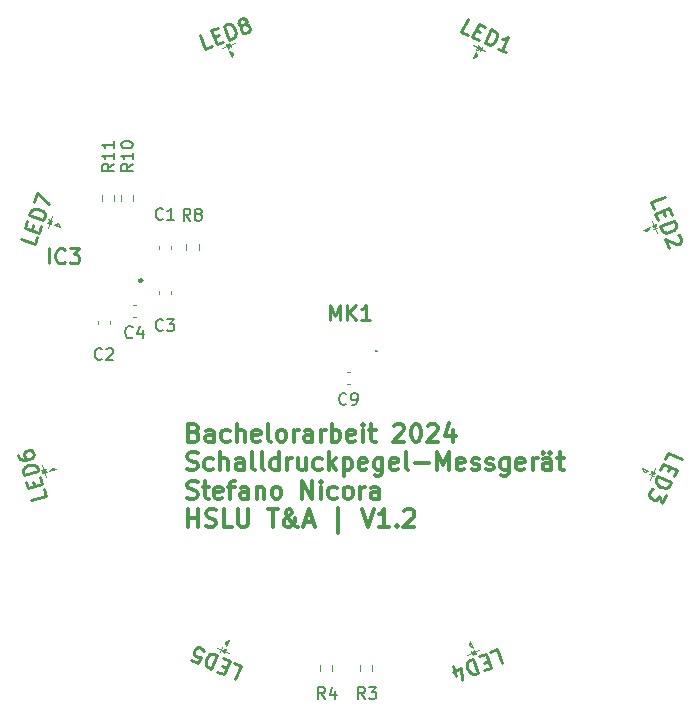
<source format=gto>
%TF.GenerationSoftware,KiCad,Pcbnew,8.0.0*%
%TF.CreationDate,2024-03-28T16:54:28+01:00*%
%TF.ProjectId,BAT2024,42415432-3032-4342-9e6b-696361645f70,1.0*%
%TF.SameCoordinates,Original*%
%TF.FileFunction,Legend,Top*%
%TF.FilePolarity,Positive*%
%FSLAX46Y46*%
G04 Gerber Fmt 4.6, Leading zero omitted, Abs format (unit mm)*
G04 Created by KiCad (PCBNEW 8.0.0) date 2024-03-28 16:54:28*
%MOMM*%
%LPD*%
G01*
G04 APERTURE LIST*
%ADD10C,0.300000*%
%ADD11C,0.150000*%
%ADD12C,0.254000*%
%ADD13C,0.120000*%
%ADD14C,0.250000*%
%ADD15C,0.200000*%
G04 APERTURE END LIST*
D10*
X101282510Y-64498366D02*
X101496796Y-64569794D01*
X101496796Y-64569794D02*
X101568225Y-64641223D01*
X101568225Y-64641223D02*
X101639653Y-64784080D01*
X101639653Y-64784080D02*
X101639653Y-64998366D01*
X101639653Y-64998366D02*
X101568225Y-65141223D01*
X101568225Y-65141223D02*
X101496796Y-65212652D01*
X101496796Y-65212652D02*
X101353939Y-65284080D01*
X101353939Y-65284080D02*
X100782510Y-65284080D01*
X100782510Y-65284080D02*
X100782510Y-63784080D01*
X100782510Y-63784080D02*
X101282510Y-63784080D01*
X101282510Y-63784080D02*
X101425368Y-63855509D01*
X101425368Y-63855509D02*
X101496796Y-63926937D01*
X101496796Y-63926937D02*
X101568225Y-64069794D01*
X101568225Y-64069794D02*
X101568225Y-64212652D01*
X101568225Y-64212652D02*
X101496796Y-64355509D01*
X101496796Y-64355509D02*
X101425368Y-64426937D01*
X101425368Y-64426937D02*
X101282510Y-64498366D01*
X101282510Y-64498366D02*
X100782510Y-64498366D01*
X102925368Y-65284080D02*
X102925368Y-64498366D01*
X102925368Y-64498366D02*
X102853939Y-64355509D01*
X102853939Y-64355509D02*
X102711082Y-64284080D01*
X102711082Y-64284080D02*
X102425368Y-64284080D01*
X102425368Y-64284080D02*
X102282510Y-64355509D01*
X102925368Y-65212652D02*
X102782510Y-65284080D01*
X102782510Y-65284080D02*
X102425368Y-65284080D01*
X102425368Y-65284080D02*
X102282510Y-65212652D01*
X102282510Y-65212652D02*
X102211082Y-65069794D01*
X102211082Y-65069794D02*
X102211082Y-64926937D01*
X102211082Y-64926937D02*
X102282510Y-64784080D01*
X102282510Y-64784080D02*
X102425368Y-64712652D01*
X102425368Y-64712652D02*
X102782510Y-64712652D01*
X102782510Y-64712652D02*
X102925368Y-64641223D01*
X104282511Y-65212652D02*
X104139653Y-65284080D01*
X104139653Y-65284080D02*
X103853939Y-65284080D01*
X103853939Y-65284080D02*
X103711082Y-65212652D01*
X103711082Y-65212652D02*
X103639653Y-65141223D01*
X103639653Y-65141223D02*
X103568225Y-64998366D01*
X103568225Y-64998366D02*
X103568225Y-64569794D01*
X103568225Y-64569794D02*
X103639653Y-64426937D01*
X103639653Y-64426937D02*
X103711082Y-64355509D01*
X103711082Y-64355509D02*
X103853939Y-64284080D01*
X103853939Y-64284080D02*
X104139653Y-64284080D01*
X104139653Y-64284080D02*
X104282511Y-64355509D01*
X104925367Y-65284080D02*
X104925367Y-63784080D01*
X105568225Y-65284080D02*
X105568225Y-64498366D01*
X105568225Y-64498366D02*
X105496796Y-64355509D01*
X105496796Y-64355509D02*
X105353939Y-64284080D01*
X105353939Y-64284080D02*
X105139653Y-64284080D01*
X105139653Y-64284080D02*
X104996796Y-64355509D01*
X104996796Y-64355509D02*
X104925367Y-64426937D01*
X106853939Y-65212652D02*
X106711082Y-65284080D01*
X106711082Y-65284080D02*
X106425368Y-65284080D01*
X106425368Y-65284080D02*
X106282510Y-65212652D01*
X106282510Y-65212652D02*
X106211082Y-65069794D01*
X106211082Y-65069794D02*
X106211082Y-64498366D01*
X106211082Y-64498366D02*
X106282510Y-64355509D01*
X106282510Y-64355509D02*
X106425368Y-64284080D01*
X106425368Y-64284080D02*
X106711082Y-64284080D01*
X106711082Y-64284080D02*
X106853939Y-64355509D01*
X106853939Y-64355509D02*
X106925368Y-64498366D01*
X106925368Y-64498366D02*
X106925368Y-64641223D01*
X106925368Y-64641223D02*
X106211082Y-64784080D01*
X107782510Y-65284080D02*
X107639653Y-65212652D01*
X107639653Y-65212652D02*
X107568224Y-65069794D01*
X107568224Y-65069794D02*
X107568224Y-63784080D01*
X108568224Y-65284080D02*
X108425367Y-65212652D01*
X108425367Y-65212652D02*
X108353938Y-65141223D01*
X108353938Y-65141223D02*
X108282510Y-64998366D01*
X108282510Y-64998366D02*
X108282510Y-64569794D01*
X108282510Y-64569794D02*
X108353938Y-64426937D01*
X108353938Y-64426937D02*
X108425367Y-64355509D01*
X108425367Y-64355509D02*
X108568224Y-64284080D01*
X108568224Y-64284080D02*
X108782510Y-64284080D01*
X108782510Y-64284080D02*
X108925367Y-64355509D01*
X108925367Y-64355509D02*
X108996796Y-64426937D01*
X108996796Y-64426937D02*
X109068224Y-64569794D01*
X109068224Y-64569794D02*
X109068224Y-64998366D01*
X109068224Y-64998366D02*
X108996796Y-65141223D01*
X108996796Y-65141223D02*
X108925367Y-65212652D01*
X108925367Y-65212652D02*
X108782510Y-65284080D01*
X108782510Y-65284080D02*
X108568224Y-65284080D01*
X109711081Y-65284080D02*
X109711081Y-64284080D01*
X109711081Y-64569794D02*
X109782510Y-64426937D01*
X109782510Y-64426937D02*
X109853939Y-64355509D01*
X109853939Y-64355509D02*
X109996796Y-64284080D01*
X109996796Y-64284080D02*
X110139653Y-64284080D01*
X111282510Y-65284080D02*
X111282510Y-64498366D01*
X111282510Y-64498366D02*
X111211081Y-64355509D01*
X111211081Y-64355509D02*
X111068224Y-64284080D01*
X111068224Y-64284080D02*
X110782510Y-64284080D01*
X110782510Y-64284080D02*
X110639652Y-64355509D01*
X111282510Y-65212652D02*
X111139652Y-65284080D01*
X111139652Y-65284080D02*
X110782510Y-65284080D01*
X110782510Y-65284080D02*
X110639652Y-65212652D01*
X110639652Y-65212652D02*
X110568224Y-65069794D01*
X110568224Y-65069794D02*
X110568224Y-64926937D01*
X110568224Y-64926937D02*
X110639652Y-64784080D01*
X110639652Y-64784080D02*
X110782510Y-64712652D01*
X110782510Y-64712652D02*
X111139652Y-64712652D01*
X111139652Y-64712652D02*
X111282510Y-64641223D01*
X111996795Y-65284080D02*
X111996795Y-64284080D01*
X111996795Y-64569794D02*
X112068224Y-64426937D01*
X112068224Y-64426937D02*
X112139653Y-64355509D01*
X112139653Y-64355509D02*
X112282510Y-64284080D01*
X112282510Y-64284080D02*
X112425367Y-64284080D01*
X112925366Y-65284080D02*
X112925366Y-63784080D01*
X112925366Y-64355509D02*
X113068224Y-64284080D01*
X113068224Y-64284080D02*
X113353938Y-64284080D01*
X113353938Y-64284080D02*
X113496795Y-64355509D01*
X113496795Y-64355509D02*
X113568224Y-64426937D01*
X113568224Y-64426937D02*
X113639652Y-64569794D01*
X113639652Y-64569794D02*
X113639652Y-64998366D01*
X113639652Y-64998366D02*
X113568224Y-65141223D01*
X113568224Y-65141223D02*
X113496795Y-65212652D01*
X113496795Y-65212652D02*
X113353938Y-65284080D01*
X113353938Y-65284080D02*
X113068224Y-65284080D01*
X113068224Y-65284080D02*
X112925366Y-65212652D01*
X114853938Y-65212652D02*
X114711081Y-65284080D01*
X114711081Y-65284080D02*
X114425367Y-65284080D01*
X114425367Y-65284080D02*
X114282509Y-65212652D01*
X114282509Y-65212652D02*
X114211081Y-65069794D01*
X114211081Y-65069794D02*
X114211081Y-64498366D01*
X114211081Y-64498366D02*
X114282509Y-64355509D01*
X114282509Y-64355509D02*
X114425367Y-64284080D01*
X114425367Y-64284080D02*
X114711081Y-64284080D01*
X114711081Y-64284080D02*
X114853938Y-64355509D01*
X114853938Y-64355509D02*
X114925367Y-64498366D01*
X114925367Y-64498366D02*
X114925367Y-64641223D01*
X114925367Y-64641223D02*
X114211081Y-64784080D01*
X115568223Y-65284080D02*
X115568223Y-64284080D01*
X115568223Y-63784080D02*
X115496795Y-63855509D01*
X115496795Y-63855509D02*
X115568223Y-63926937D01*
X115568223Y-63926937D02*
X115639652Y-63855509D01*
X115639652Y-63855509D02*
X115568223Y-63784080D01*
X115568223Y-63784080D02*
X115568223Y-63926937D01*
X116068224Y-64284080D02*
X116639652Y-64284080D01*
X116282509Y-63784080D02*
X116282509Y-65069794D01*
X116282509Y-65069794D02*
X116353938Y-65212652D01*
X116353938Y-65212652D02*
X116496795Y-65284080D01*
X116496795Y-65284080D02*
X116639652Y-65284080D01*
X118211081Y-63926937D02*
X118282509Y-63855509D01*
X118282509Y-63855509D02*
X118425367Y-63784080D01*
X118425367Y-63784080D02*
X118782509Y-63784080D01*
X118782509Y-63784080D02*
X118925367Y-63855509D01*
X118925367Y-63855509D02*
X118996795Y-63926937D01*
X118996795Y-63926937D02*
X119068224Y-64069794D01*
X119068224Y-64069794D02*
X119068224Y-64212652D01*
X119068224Y-64212652D02*
X118996795Y-64426937D01*
X118996795Y-64426937D02*
X118139652Y-65284080D01*
X118139652Y-65284080D02*
X119068224Y-65284080D01*
X119996795Y-63784080D02*
X120139652Y-63784080D01*
X120139652Y-63784080D02*
X120282509Y-63855509D01*
X120282509Y-63855509D02*
X120353938Y-63926937D01*
X120353938Y-63926937D02*
X120425366Y-64069794D01*
X120425366Y-64069794D02*
X120496795Y-64355509D01*
X120496795Y-64355509D02*
X120496795Y-64712652D01*
X120496795Y-64712652D02*
X120425366Y-64998366D01*
X120425366Y-64998366D02*
X120353938Y-65141223D01*
X120353938Y-65141223D02*
X120282509Y-65212652D01*
X120282509Y-65212652D02*
X120139652Y-65284080D01*
X120139652Y-65284080D02*
X119996795Y-65284080D01*
X119996795Y-65284080D02*
X119853938Y-65212652D01*
X119853938Y-65212652D02*
X119782509Y-65141223D01*
X119782509Y-65141223D02*
X119711080Y-64998366D01*
X119711080Y-64998366D02*
X119639652Y-64712652D01*
X119639652Y-64712652D02*
X119639652Y-64355509D01*
X119639652Y-64355509D02*
X119711080Y-64069794D01*
X119711080Y-64069794D02*
X119782509Y-63926937D01*
X119782509Y-63926937D02*
X119853938Y-63855509D01*
X119853938Y-63855509D02*
X119996795Y-63784080D01*
X121068223Y-63926937D02*
X121139651Y-63855509D01*
X121139651Y-63855509D02*
X121282509Y-63784080D01*
X121282509Y-63784080D02*
X121639651Y-63784080D01*
X121639651Y-63784080D02*
X121782509Y-63855509D01*
X121782509Y-63855509D02*
X121853937Y-63926937D01*
X121853937Y-63926937D02*
X121925366Y-64069794D01*
X121925366Y-64069794D02*
X121925366Y-64212652D01*
X121925366Y-64212652D02*
X121853937Y-64426937D01*
X121853937Y-64426937D02*
X120996794Y-65284080D01*
X120996794Y-65284080D02*
X121925366Y-65284080D01*
X123211080Y-64284080D02*
X123211080Y-65284080D01*
X122853937Y-63712652D02*
X122496794Y-64784080D01*
X122496794Y-64784080D02*
X123425365Y-64784080D01*
X100711082Y-67627568D02*
X100925368Y-67698996D01*
X100925368Y-67698996D02*
X101282510Y-67698996D01*
X101282510Y-67698996D02*
X101425368Y-67627568D01*
X101425368Y-67627568D02*
X101496796Y-67556139D01*
X101496796Y-67556139D02*
X101568225Y-67413282D01*
X101568225Y-67413282D02*
X101568225Y-67270425D01*
X101568225Y-67270425D02*
X101496796Y-67127568D01*
X101496796Y-67127568D02*
X101425368Y-67056139D01*
X101425368Y-67056139D02*
X101282510Y-66984710D01*
X101282510Y-66984710D02*
X100996796Y-66913282D01*
X100996796Y-66913282D02*
X100853939Y-66841853D01*
X100853939Y-66841853D02*
X100782510Y-66770425D01*
X100782510Y-66770425D02*
X100711082Y-66627568D01*
X100711082Y-66627568D02*
X100711082Y-66484710D01*
X100711082Y-66484710D02*
X100782510Y-66341853D01*
X100782510Y-66341853D02*
X100853939Y-66270425D01*
X100853939Y-66270425D02*
X100996796Y-66198996D01*
X100996796Y-66198996D02*
X101353939Y-66198996D01*
X101353939Y-66198996D02*
X101568225Y-66270425D01*
X102853939Y-67627568D02*
X102711081Y-67698996D01*
X102711081Y-67698996D02*
X102425367Y-67698996D01*
X102425367Y-67698996D02*
X102282510Y-67627568D01*
X102282510Y-67627568D02*
X102211081Y-67556139D01*
X102211081Y-67556139D02*
X102139653Y-67413282D01*
X102139653Y-67413282D02*
X102139653Y-66984710D01*
X102139653Y-66984710D02*
X102211081Y-66841853D01*
X102211081Y-66841853D02*
X102282510Y-66770425D01*
X102282510Y-66770425D02*
X102425367Y-66698996D01*
X102425367Y-66698996D02*
X102711081Y-66698996D01*
X102711081Y-66698996D02*
X102853939Y-66770425D01*
X103496795Y-67698996D02*
X103496795Y-66198996D01*
X104139653Y-67698996D02*
X104139653Y-66913282D01*
X104139653Y-66913282D02*
X104068224Y-66770425D01*
X104068224Y-66770425D02*
X103925367Y-66698996D01*
X103925367Y-66698996D02*
X103711081Y-66698996D01*
X103711081Y-66698996D02*
X103568224Y-66770425D01*
X103568224Y-66770425D02*
X103496795Y-66841853D01*
X105496796Y-67698996D02*
X105496796Y-66913282D01*
X105496796Y-66913282D02*
X105425367Y-66770425D01*
X105425367Y-66770425D02*
X105282510Y-66698996D01*
X105282510Y-66698996D02*
X104996796Y-66698996D01*
X104996796Y-66698996D02*
X104853938Y-66770425D01*
X105496796Y-67627568D02*
X105353938Y-67698996D01*
X105353938Y-67698996D02*
X104996796Y-67698996D01*
X104996796Y-67698996D02*
X104853938Y-67627568D01*
X104853938Y-67627568D02*
X104782510Y-67484710D01*
X104782510Y-67484710D02*
X104782510Y-67341853D01*
X104782510Y-67341853D02*
X104853938Y-67198996D01*
X104853938Y-67198996D02*
X104996796Y-67127568D01*
X104996796Y-67127568D02*
X105353938Y-67127568D01*
X105353938Y-67127568D02*
X105496796Y-67056139D01*
X106425367Y-67698996D02*
X106282510Y-67627568D01*
X106282510Y-67627568D02*
X106211081Y-67484710D01*
X106211081Y-67484710D02*
X106211081Y-66198996D01*
X107211081Y-67698996D02*
X107068224Y-67627568D01*
X107068224Y-67627568D02*
X106996795Y-67484710D01*
X106996795Y-67484710D02*
X106996795Y-66198996D01*
X108425367Y-67698996D02*
X108425367Y-66198996D01*
X108425367Y-67627568D02*
X108282509Y-67698996D01*
X108282509Y-67698996D02*
X107996795Y-67698996D01*
X107996795Y-67698996D02*
X107853938Y-67627568D01*
X107853938Y-67627568D02*
X107782509Y-67556139D01*
X107782509Y-67556139D02*
X107711081Y-67413282D01*
X107711081Y-67413282D02*
X107711081Y-66984710D01*
X107711081Y-66984710D02*
X107782509Y-66841853D01*
X107782509Y-66841853D02*
X107853938Y-66770425D01*
X107853938Y-66770425D02*
X107996795Y-66698996D01*
X107996795Y-66698996D02*
X108282509Y-66698996D01*
X108282509Y-66698996D02*
X108425367Y-66770425D01*
X109139652Y-67698996D02*
X109139652Y-66698996D01*
X109139652Y-66984710D02*
X109211081Y-66841853D01*
X109211081Y-66841853D02*
X109282510Y-66770425D01*
X109282510Y-66770425D02*
X109425367Y-66698996D01*
X109425367Y-66698996D02*
X109568224Y-66698996D01*
X110711081Y-66698996D02*
X110711081Y-67698996D01*
X110068223Y-66698996D02*
X110068223Y-67484710D01*
X110068223Y-67484710D02*
X110139652Y-67627568D01*
X110139652Y-67627568D02*
X110282509Y-67698996D01*
X110282509Y-67698996D02*
X110496795Y-67698996D01*
X110496795Y-67698996D02*
X110639652Y-67627568D01*
X110639652Y-67627568D02*
X110711081Y-67556139D01*
X112068224Y-67627568D02*
X111925366Y-67698996D01*
X111925366Y-67698996D02*
X111639652Y-67698996D01*
X111639652Y-67698996D02*
X111496795Y-67627568D01*
X111496795Y-67627568D02*
X111425366Y-67556139D01*
X111425366Y-67556139D02*
X111353938Y-67413282D01*
X111353938Y-67413282D02*
X111353938Y-66984710D01*
X111353938Y-66984710D02*
X111425366Y-66841853D01*
X111425366Y-66841853D02*
X111496795Y-66770425D01*
X111496795Y-66770425D02*
X111639652Y-66698996D01*
X111639652Y-66698996D02*
X111925366Y-66698996D01*
X111925366Y-66698996D02*
X112068224Y-66770425D01*
X112711080Y-67698996D02*
X112711080Y-66198996D01*
X112853938Y-67127568D02*
X113282509Y-67698996D01*
X113282509Y-66698996D02*
X112711080Y-67270425D01*
X113925366Y-66698996D02*
X113925366Y-68198996D01*
X113925366Y-66770425D02*
X114068224Y-66698996D01*
X114068224Y-66698996D02*
X114353938Y-66698996D01*
X114353938Y-66698996D02*
X114496795Y-66770425D01*
X114496795Y-66770425D02*
X114568224Y-66841853D01*
X114568224Y-66841853D02*
X114639652Y-66984710D01*
X114639652Y-66984710D02*
X114639652Y-67413282D01*
X114639652Y-67413282D02*
X114568224Y-67556139D01*
X114568224Y-67556139D02*
X114496795Y-67627568D01*
X114496795Y-67627568D02*
X114353938Y-67698996D01*
X114353938Y-67698996D02*
X114068224Y-67698996D01*
X114068224Y-67698996D02*
X113925366Y-67627568D01*
X115853938Y-67627568D02*
X115711081Y-67698996D01*
X115711081Y-67698996D02*
X115425367Y-67698996D01*
X115425367Y-67698996D02*
X115282509Y-67627568D01*
X115282509Y-67627568D02*
X115211081Y-67484710D01*
X115211081Y-67484710D02*
X115211081Y-66913282D01*
X115211081Y-66913282D02*
X115282509Y-66770425D01*
X115282509Y-66770425D02*
X115425367Y-66698996D01*
X115425367Y-66698996D02*
X115711081Y-66698996D01*
X115711081Y-66698996D02*
X115853938Y-66770425D01*
X115853938Y-66770425D02*
X115925367Y-66913282D01*
X115925367Y-66913282D02*
X115925367Y-67056139D01*
X115925367Y-67056139D02*
X115211081Y-67198996D01*
X117211081Y-66698996D02*
X117211081Y-67913282D01*
X117211081Y-67913282D02*
X117139652Y-68056139D01*
X117139652Y-68056139D02*
X117068223Y-68127568D01*
X117068223Y-68127568D02*
X116925366Y-68198996D01*
X116925366Y-68198996D02*
X116711081Y-68198996D01*
X116711081Y-68198996D02*
X116568223Y-68127568D01*
X117211081Y-67627568D02*
X117068223Y-67698996D01*
X117068223Y-67698996D02*
X116782509Y-67698996D01*
X116782509Y-67698996D02*
X116639652Y-67627568D01*
X116639652Y-67627568D02*
X116568223Y-67556139D01*
X116568223Y-67556139D02*
X116496795Y-67413282D01*
X116496795Y-67413282D02*
X116496795Y-66984710D01*
X116496795Y-66984710D02*
X116568223Y-66841853D01*
X116568223Y-66841853D02*
X116639652Y-66770425D01*
X116639652Y-66770425D02*
X116782509Y-66698996D01*
X116782509Y-66698996D02*
X117068223Y-66698996D01*
X117068223Y-66698996D02*
X117211081Y-66770425D01*
X118496795Y-67627568D02*
X118353938Y-67698996D01*
X118353938Y-67698996D02*
X118068224Y-67698996D01*
X118068224Y-67698996D02*
X117925366Y-67627568D01*
X117925366Y-67627568D02*
X117853938Y-67484710D01*
X117853938Y-67484710D02*
X117853938Y-66913282D01*
X117853938Y-66913282D02*
X117925366Y-66770425D01*
X117925366Y-66770425D02*
X118068224Y-66698996D01*
X118068224Y-66698996D02*
X118353938Y-66698996D01*
X118353938Y-66698996D02*
X118496795Y-66770425D01*
X118496795Y-66770425D02*
X118568224Y-66913282D01*
X118568224Y-66913282D02*
X118568224Y-67056139D01*
X118568224Y-67056139D02*
X117853938Y-67198996D01*
X119425366Y-67698996D02*
X119282509Y-67627568D01*
X119282509Y-67627568D02*
X119211080Y-67484710D01*
X119211080Y-67484710D02*
X119211080Y-66198996D01*
X119996794Y-67127568D02*
X121139652Y-67127568D01*
X121853937Y-67698996D02*
X121853937Y-66198996D01*
X121853937Y-66198996D02*
X122353937Y-67270425D01*
X122353937Y-67270425D02*
X122853937Y-66198996D01*
X122853937Y-66198996D02*
X122853937Y-67698996D01*
X124139652Y-67627568D02*
X123996795Y-67698996D01*
X123996795Y-67698996D02*
X123711081Y-67698996D01*
X123711081Y-67698996D02*
X123568223Y-67627568D01*
X123568223Y-67627568D02*
X123496795Y-67484710D01*
X123496795Y-67484710D02*
X123496795Y-66913282D01*
X123496795Y-66913282D02*
X123568223Y-66770425D01*
X123568223Y-66770425D02*
X123711081Y-66698996D01*
X123711081Y-66698996D02*
X123996795Y-66698996D01*
X123996795Y-66698996D02*
X124139652Y-66770425D01*
X124139652Y-66770425D02*
X124211081Y-66913282D01*
X124211081Y-66913282D02*
X124211081Y-67056139D01*
X124211081Y-67056139D02*
X123496795Y-67198996D01*
X124782509Y-67627568D02*
X124925366Y-67698996D01*
X124925366Y-67698996D02*
X125211080Y-67698996D01*
X125211080Y-67698996D02*
X125353937Y-67627568D01*
X125353937Y-67627568D02*
X125425366Y-67484710D01*
X125425366Y-67484710D02*
X125425366Y-67413282D01*
X125425366Y-67413282D02*
X125353937Y-67270425D01*
X125353937Y-67270425D02*
X125211080Y-67198996D01*
X125211080Y-67198996D02*
X124996795Y-67198996D01*
X124996795Y-67198996D02*
X124853937Y-67127568D01*
X124853937Y-67127568D02*
X124782509Y-66984710D01*
X124782509Y-66984710D02*
X124782509Y-66913282D01*
X124782509Y-66913282D02*
X124853937Y-66770425D01*
X124853937Y-66770425D02*
X124996795Y-66698996D01*
X124996795Y-66698996D02*
X125211080Y-66698996D01*
X125211080Y-66698996D02*
X125353937Y-66770425D01*
X125996795Y-67627568D02*
X126139652Y-67698996D01*
X126139652Y-67698996D02*
X126425366Y-67698996D01*
X126425366Y-67698996D02*
X126568223Y-67627568D01*
X126568223Y-67627568D02*
X126639652Y-67484710D01*
X126639652Y-67484710D02*
X126639652Y-67413282D01*
X126639652Y-67413282D02*
X126568223Y-67270425D01*
X126568223Y-67270425D02*
X126425366Y-67198996D01*
X126425366Y-67198996D02*
X126211081Y-67198996D01*
X126211081Y-67198996D02*
X126068223Y-67127568D01*
X126068223Y-67127568D02*
X125996795Y-66984710D01*
X125996795Y-66984710D02*
X125996795Y-66913282D01*
X125996795Y-66913282D02*
X126068223Y-66770425D01*
X126068223Y-66770425D02*
X126211081Y-66698996D01*
X126211081Y-66698996D02*
X126425366Y-66698996D01*
X126425366Y-66698996D02*
X126568223Y-66770425D01*
X127925367Y-66698996D02*
X127925367Y-67913282D01*
X127925367Y-67913282D02*
X127853938Y-68056139D01*
X127853938Y-68056139D02*
X127782509Y-68127568D01*
X127782509Y-68127568D02*
X127639652Y-68198996D01*
X127639652Y-68198996D02*
X127425367Y-68198996D01*
X127425367Y-68198996D02*
X127282509Y-68127568D01*
X127925367Y-67627568D02*
X127782509Y-67698996D01*
X127782509Y-67698996D02*
X127496795Y-67698996D01*
X127496795Y-67698996D02*
X127353938Y-67627568D01*
X127353938Y-67627568D02*
X127282509Y-67556139D01*
X127282509Y-67556139D02*
X127211081Y-67413282D01*
X127211081Y-67413282D02*
X127211081Y-66984710D01*
X127211081Y-66984710D02*
X127282509Y-66841853D01*
X127282509Y-66841853D02*
X127353938Y-66770425D01*
X127353938Y-66770425D02*
X127496795Y-66698996D01*
X127496795Y-66698996D02*
X127782509Y-66698996D01*
X127782509Y-66698996D02*
X127925367Y-66770425D01*
X129211081Y-67627568D02*
X129068224Y-67698996D01*
X129068224Y-67698996D02*
X128782510Y-67698996D01*
X128782510Y-67698996D02*
X128639652Y-67627568D01*
X128639652Y-67627568D02*
X128568224Y-67484710D01*
X128568224Y-67484710D02*
X128568224Y-66913282D01*
X128568224Y-66913282D02*
X128639652Y-66770425D01*
X128639652Y-66770425D02*
X128782510Y-66698996D01*
X128782510Y-66698996D02*
X129068224Y-66698996D01*
X129068224Y-66698996D02*
X129211081Y-66770425D01*
X129211081Y-66770425D02*
X129282510Y-66913282D01*
X129282510Y-66913282D02*
X129282510Y-67056139D01*
X129282510Y-67056139D02*
X128568224Y-67198996D01*
X129925366Y-67698996D02*
X129925366Y-66698996D01*
X129925366Y-66984710D02*
X129996795Y-66841853D01*
X129996795Y-66841853D02*
X130068224Y-66770425D01*
X130068224Y-66770425D02*
X130211081Y-66698996D01*
X130211081Y-66698996D02*
X130353938Y-66698996D01*
X131496795Y-67698996D02*
X131496795Y-66913282D01*
X131496795Y-66913282D02*
X131425366Y-66770425D01*
X131425366Y-66770425D02*
X131282509Y-66698996D01*
X131282509Y-66698996D02*
X130996795Y-66698996D01*
X130996795Y-66698996D02*
X130853937Y-66770425D01*
X131496795Y-67627568D02*
X131353937Y-67698996D01*
X131353937Y-67698996D02*
X130996795Y-67698996D01*
X130996795Y-67698996D02*
X130853937Y-67627568D01*
X130853937Y-67627568D02*
X130782509Y-67484710D01*
X130782509Y-67484710D02*
X130782509Y-67341853D01*
X130782509Y-67341853D02*
X130853937Y-67198996D01*
X130853937Y-67198996D02*
X130996795Y-67127568D01*
X130996795Y-67127568D02*
X131353937Y-67127568D01*
X131353937Y-67127568D02*
X131496795Y-67056139D01*
X130853937Y-66198996D02*
X130925366Y-66270425D01*
X130925366Y-66270425D02*
X130853937Y-66341853D01*
X130853937Y-66341853D02*
X130782509Y-66270425D01*
X130782509Y-66270425D02*
X130853937Y-66198996D01*
X130853937Y-66198996D02*
X130853937Y-66341853D01*
X131425366Y-66198996D02*
X131496795Y-66270425D01*
X131496795Y-66270425D02*
X131425366Y-66341853D01*
X131425366Y-66341853D02*
X131353937Y-66270425D01*
X131353937Y-66270425D02*
X131425366Y-66198996D01*
X131425366Y-66198996D02*
X131425366Y-66341853D01*
X131996795Y-66698996D02*
X132568223Y-66698996D01*
X132211080Y-66198996D02*
X132211080Y-67484710D01*
X132211080Y-67484710D02*
X132282509Y-67627568D01*
X132282509Y-67627568D02*
X132425366Y-67698996D01*
X132425366Y-67698996D02*
X132568223Y-67698996D01*
X100711082Y-70042484D02*
X100925368Y-70113912D01*
X100925368Y-70113912D02*
X101282510Y-70113912D01*
X101282510Y-70113912D02*
X101425368Y-70042484D01*
X101425368Y-70042484D02*
X101496796Y-69971055D01*
X101496796Y-69971055D02*
X101568225Y-69828198D01*
X101568225Y-69828198D02*
X101568225Y-69685341D01*
X101568225Y-69685341D02*
X101496796Y-69542484D01*
X101496796Y-69542484D02*
X101425368Y-69471055D01*
X101425368Y-69471055D02*
X101282510Y-69399626D01*
X101282510Y-69399626D02*
X100996796Y-69328198D01*
X100996796Y-69328198D02*
X100853939Y-69256769D01*
X100853939Y-69256769D02*
X100782510Y-69185341D01*
X100782510Y-69185341D02*
X100711082Y-69042484D01*
X100711082Y-69042484D02*
X100711082Y-68899626D01*
X100711082Y-68899626D02*
X100782510Y-68756769D01*
X100782510Y-68756769D02*
X100853939Y-68685341D01*
X100853939Y-68685341D02*
X100996796Y-68613912D01*
X100996796Y-68613912D02*
X101353939Y-68613912D01*
X101353939Y-68613912D02*
X101568225Y-68685341D01*
X101996796Y-69113912D02*
X102568224Y-69113912D01*
X102211081Y-68613912D02*
X102211081Y-69899626D01*
X102211081Y-69899626D02*
X102282510Y-70042484D01*
X102282510Y-70042484D02*
X102425367Y-70113912D01*
X102425367Y-70113912D02*
X102568224Y-70113912D01*
X103639653Y-70042484D02*
X103496796Y-70113912D01*
X103496796Y-70113912D02*
X103211082Y-70113912D01*
X103211082Y-70113912D02*
X103068224Y-70042484D01*
X103068224Y-70042484D02*
X102996796Y-69899626D01*
X102996796Y-69899626D02*
X102996796Y-69328198D01*
X102996796Y-69328198D02*
X103068224Y-69185341D01*
X103068224Y-69185341D02*
X103211082Y-69113912D01*
X103211082Y-69113912D02*
X103496796Y-69113912D01*
X103496796Y-69113912D02*
X103639653Y-69185341D01*
X103639653Y-69185341D02*
X103711082Y-69328198D01*
X103711082Y-69328198D02*
X103711082Y-69471055D01*
X103711082Y-69471055D02*
X102996796Y-69613912D01*
X104139653Y-69113912D02*
X104711081Y-69113912D01*
X104353938Y-70113912D02*
X104353938Y-68828198D01*
X104353938Y-68828198D02*
X104425367Y-68685341D01*
X104425367Y-68685341D02*
X104568224Y-68613912D01*
X104568224Y-68613912D02*
X104711081Y-68613912D01*
X105853939Y-70113912D02*
X105853939Y-69328198D01*
X105853939Y-69328198D02*
X105782510Y-69185341D01*
X105782510Y-69185341D02*
X105639653Y-69113912D01*
X105639653Y-69113912D02*
X105353939Y-69113912D01*
X105353939Y-69113912D02*
X105211081Y-69185341D01*
X105853939Y-70042484D02*
X105711081Y-70113912D01*
X105711081Y-70113912D02*
X105353939Y-70113912D01*
X105353939Y-70113912D02*
X105211081Y-70042484D01*
X105211081Y-70042484D02*
X105139653Y-69899626D01*
X105139653Y-69899626D02*
X105139653Y-69756769D01*
X105139653Y-69756769D02*
X105211081Y-69613912D01*
X105211081Y-69613912D02*
X105353939Y-69542484D01*
X105353939Y-69542484D02*
X105711081Y-69542484D01*
X105711081Y-69542484D02*
X105853939Y-69471055D01*
X106568224Y-69113912D02*
X106568224Y-70113912D01*
X106568224Y-69256769D02*
X106639653Y-69185341D01*
X106639653Y-69185341D02*
X106782510Y-69113912D01*
X106782510Y-69113912D02*
X106996796Y-69113912D01*
X106996796Y-69113912D02*
X107139653Y-69185341D01*
X107139653Y-69185341D02*
X107211082Y-69328198D01*
X107211082Y-69328198D02*
X107211082Y-70113912D01*
X108139653Y-70113912D02*
X107996796Y-70042484D01*
X107996796Y-70042484D02*
X107925367Y-69971055D01*
X107925367Y-69971055D02*
X107853939Y-69828198D01*
X107853939Y-69828198D02*
X107853939Y-69399626D01*
X107853939Y-69399626D02*
X107925367Y-69256769D01*
X107925367Y-69256769D02*
X107996796Y-69185341D01*
X107996796Y-69185341D02*
X108139653Y-69113912D01*
X108139653Y-69113912D02*
X108353939Y-69113912D01*
X108353939Y-69113912D02*
X108496796Y-69185341D01*
X108496796Y-69185341D02*
X108568225Y-69256769D01*
X108568225Y-69256769D02*
X108639653Y-69399626D01*
X108639653Y-69399626D02*
X108639653Y-69828198D01*
X108639653Y-69828198D02*
X108568225Y-69971055D01*
X108568225Y-69971055D02*
X108496796Y-70042484D01*
X108496796Y-70042484D02*
X108353939Y-70113912D01*
X108353939Y-70113912D02*
X108139653Y-70113912D01*
X110425367Y-70113912D02*
X110425367Y-68613912D01*
X110425367Y-68613912D02*
X111282510Y-70113912D01*
X111282510Y-70113912D02*
X111282510Y-68613912D01*
X111996796Y-70113912D02*
X111996796Y-69113912D01*
X111996796Y-68613912D02*
X111925368Y-68685341D01*
X111925368Y-68685341D02*
X111996796Y-68756769D01*
X111996796Y-68756769D02*
X112068225Y-68685341D01*
X112068225Y-68685341D02*
X111996796Y-68613912D01*
X111996796Y-68613912D02*
X111996796Y-68756769D01*
X113353940Y-70042484D02*
X113211082Y-70113912D01*
X113211082Y-70113912D02*
X112925368Y-70113912D01*
X112925368Y-70113912D02*
X112782511Y-70042484D01*
X112782511Y-70042484D02*
X112711082Y-69971055D01*
X112711082Y-69971055D02*
X112639654Y-69828198D01*
X112639654Y-69828198D02*
X112639654Y-69399626D01*
X112639654Y-69399626D02*
X112711082Y-69256769D01*
X112711082Y-69256769D02*
X112782511Y-69185341D01*
X112782511Y-69185341D02*
X112925368Y-69113912D01*
X112925368Y-69113912D02*
X113211082Y-69113912D01*
X113211082Y-69113912D02*
X113353940Y-69185341D01*
X114211082Y-70113912D02*
X114068225Y-70042484D01*
X114068225Y-70042484D02*
X113996796Y-69971055D01*
X113996796Y-69971055D02*
X113925368Y-69828198D01*
X113925368Y-69828198D02*
X113925368Y-69399626D01*
X113925368Y-69399626D02*
X113996796Y-69256769D01*
X113996796Y-69256769D02*
X114068225Y-69185341D01*
X114068225Y-69185341D02*
X114211082Y-69113912D01*
X114211082Y-69113912D02*
X114425368Y-69113912D01*
X114425368Y-69113912D02*
X114568225Y-69185341D01*
X114568225Y-69185341D02*
X114639654Y-69256769D01*
X114639654Y-69256769D02*
X114711082Y-69399626D01*
X114711082Y-69399626D02*
X114711082Y-69828198D01*
X114711082Y-69828198D02*
X114639654Y-69971055D01*
X114639654Y-69971055D02*
X114568225Y-70042484D01*
X114568225Y-70042484D02*
X114425368Y-70113912D01*
X114425368Y-70113912D02*
X114211082Y-70113912D01*
X115353939Y-70113912D02*
X115353939Y-69113912D01*
X115353939Y-69399626D02*
X115425368Y-69256769D01*
X115425368Y-69256769D02*
X115496797Y-69185341D01*
X115496797Y-69185341D02*
X115639654Y-69113912D01*
X115639654Y-69113912D02*
X115782511Y-69113912D01*
X116925368Y-70113912D02*
X116925368Y-69328198D01*
X116925368Y-69328198D02*
X116853939Y-69185341D01*
X116853939Y-69185341D02*
X116711082Y-69113912D01*
X116711082Y-69113912D02*
X116425368Y-69113912D01*
X116425368Y-69113912D02*
X116282510Y-69185341D01*
X116925368Y-70042484D02*
X116782510Y-70113912D01*
X116782510Y-70113912D02*
X116425368Y-70113912D01*
X116425368Y-70113912D02*
X116282510Y-70042484D01*
X116282510Y-70042484D02*
X116211082Y-69899626D01*
X116211082Y-69899626D02*
X116211082Y-69756769D01*
X116211082Y-69756769D02*
X116282510Y-69613912D01*
X116282510Y-69613912D02*
X116425368Y-69542484D01*
X116425368Y-69542484D02*
X116782510Y-69542484D01*
X116782510Y-69542484D02*
X116925368Y-69471055D01*
X100782510Y-72528828D02*
X100782510Y-71028828D01*
X100782510Y-71743114D02*
X101639653Y-71743114D01*
X101639653Y-72528828D02*
X101639653Y-71028828D01*
X102282511Y-72457400D02*
X102496797Y-72528828D01*
X102496797Y-72528828D02*
X102853939Y-72528828D01*
X102853939Y-72528828D02*
X102996797Y-72457400D01*
X102996797Y-72457400D02*
X103068225Y-72385971D01*
X103068225Y-72385971D02*
X103139654Y-72243114D01*
X103139654Y-72243114D02*
X103139654Y-72100257D01*
X103139654Y-72100257D02*
X103068225Y-71957400D01*
X103068225Y-71957400D02*
X102996797Y-71885971D01*
X102996797Y-71885971D02*
X102853939Y-71814542D01*
X102853939Y-71814542D02*
X102568225Y-71743114D01*
X102568225Y-71743114D02*
X102425368Y-71671685D01*
X102425368Y-71671685D02*
X102353939Y-71600257D01*
X102353939Y-71600257D02*
X102282511Y-71457400D01*
X102282511Y-71457400D02*
X102282511Y-71314542D01*
X102282511Y-71314542D02*
X102353939Y-71171685D01*
X102353939Y-71171685D02*
X102425368Y-71100257D01*
X102425368Y-71100257D02*
X102568225Y-71028828D01*
X102568225Y-71028828D02*
X102925368Y-71028828D01*
X102925368Y-71028828D02*
X103139654Y-71100257D01*
X104496796Y-72528828D02*
X103782510Y-72528828D01*
X103782510Y-72528828D02*
X103782510Y-71028828D01*
X104996796Y-71028828D02*
X104996796Y-72243114D01*
X104996796Y-72243114D02*
X105068225Y-72385971D01*
X105068225Y-72385971D02*
X105139654Y-72457400D01*
X105139654Y-72457400D02*
X105282511Y-72528828D01*
X105282511Y-72528828D02*
X105568225Y-72528828D01*
X105568225Y-72528828D02*
X105711082Y-72457400D01*
X105711082Y-72457400D02*
X105782511Y-72385971D01*
X105782511Y-72385971D02*
X105853939Y-72243114D01*
X105853939Y-72243114D02*
X105853939Y-71028828D01*
X107496797Y-71028828D02*
X108353940Y-71028828D01*
X107925368Y-72528828D02*
X107925368Y-71028828D01*
X110068225Y-72528828D02*
X109996797Y-72528828D01*
X109996797Y-72528828D02*
X109853939Y-72457400D01*
X109853939Y-72457400D02*
X109639654Y-72243114D01*
X109639654Y-72243114D02*
X109282511Y-71814542D01*
X109282511Y-71814542D02*
X109139654Y-71600257D01*
X109139654Y-71600257D02*
X109068225Y-71385971D01*
X109068225Y-71385971D02*
X109068225Y-71243114D01*
X109068225Y-71243114D02*
X109139654Y-71100257D01*
X109139654Y-71100257D02*
X109282511Y-71028828D01*
X109282511Y-71028828D02*
X109353939Y-71028828D01*
X109353939Y-71028828D02*
X109496797Y-71100257D01*
X109496797Y-71100257D02*
X109568225Y-71243114D01*
X109568225Y-71243114D02*
X109568225Y-71314542D01*
X109568225Y-71314542D02*
X109496797Y-71457400D01*
X109496797Y-71457400D02*
X109425368Y-71528828D01*
X109425368Y-71528828D02*
X108996797Y-71814542D01*
X108996797Y-71814542D02*
X108925368Y-71885971D01*
X108925368Y-71885971D02*
X108853939Y-72028828D01*
X108853939Y-72028828D02*
X108853939Y-72243114D01*
X108853939Y-72243114D02*
X108925368Y-72385971D01*
X108925368Y-72385971D02*
X108996797Y-72457400D01*
X108996797Y-72457400D02*
X109139654Y-72528828D01*
X109139654Y-72528828D02*
X109353939Y-72528828D01*
X109353939Y-72528828D02*
X109496797Y-72457400D01*
X109496797Y-72457400D02*
X109568225Y-72385971D01*
X109568225Y-72385971D02*
X109782511Y-72100257D01*
X109782511Y-72100257D02*
X109853939Y-71885971D01*
X109853939Y-71885971D02*
X109853939Y-71743114D01*
X110639654Y-72100257D02*
X111353940Y-72100257D01*
X110496797Y-72528828D02*
X110996797Y-71028828D01*
X110996797Y-71028828D02*
X111496797Y-72528828D01*
X113496796Y-73028828D02*
X113496796Y-70885971D01*
X115496796Y-71028828D02*
X115996796Y-72528828D01*
X115996796Y-72528828D02*
X116496796Y-71028828D01*
X117782510Y-72528828D02*
X116925367Y-72528828D01*
X117353938Y-72528828D02*
X117353938Y-71028828D01*
X117353938Y-71028828D02*
X117211081Y-71243114D01*
X117211081Y-71243114D02*
X117068224Y-71385971D01*
X117068224Y-71385971D02*
X116925367Y-71457400D01*
X118425366Y-72385971D02*
X118496795Y-72457400D01*
X118496795Y-72457400D02*
X118425366Y-72528828D01*
X118425366Y-72528828D02*
X118353938Y-72457400D01*
X118353938Y-72457400D02*
X118425366Y-72385971D01*
X118425366Y-72385971D02*
X118425366Y-72528828D01*
X119068224Y-71171685D02*
X119139652Y-71100257D01*
X119139652Y-71100257D02*
X119282510Y-71028828D01*
X119282510Y-71028828D02*
X119639652Y-71028828D01*
X119639652Y-71028828D02*
X119782510Y-71100257D01*
X119782510Y-71100257D02*
X119853938Y-71171685D01*
X119853938Y-71171685D02*
X119925367Y-71314542D01*
X119925367Y-71314542D02*
X119925367Y-71457400D01*
X119925367Y-71457400D02*
X119853938Y-71671685D01*
X119853938Y-71671685D02*
X118996795Y-72528828D01*
X118996795Y-72528828D02*
X119925367Y-72528828D01*
D11*
X100961333Y-46582818D02*
X100628000Y-46106627D01*
X100389905Y-46582818D02*
X100389905Y-45582818D01*
X100389905Y-45582818D02*
X100770857Y-45582818D01*
X100770857Y-45582818D02*
X100866095Y-45630437D01*
X100866095Y-45630437D02*
X100913714Y-45678056D01*
X100913714Y-45678056D02*
X100961333Y-45773294D01*
X100961333Y-45773294D02*
X100961333Y-45916151D01*
X100961333Y-45916151D02*
X100913714Y-46011389D01*
X100913714Y-46011389D02*
X100866095Y-46059008D01*
X100866095Y-46059008D02*
X100770857Y-46106627D01*
X100770857Y-46106627D02*
X100389905Y-46106627D01*
X101532762Y-46011389D02*
X101437524Y-45963770D01*
X101437524Y-45963770D02*
X101389905Y-45916151D01*
X101389905Y-45916151D02*
X101342286Y-45820913D01*
X101342286Y-45820913D02*
X101342286Y-45773294D01*
X101342286Y-45773294D02*
X101389905Y-45678056D01*
X101389905Y-45678056D02*
X101437524Y-45630437D01*
X101437524Y-45630437D02*
X101532762Y-45582818D01*
X101532762Y-45582818D02*
X101723238Y-45582818D01*
X101723238Y-45582818D02*
X101818476Y-45630437D01*
X101818476Y-45630437D02*
X101866095Y-45678056D01*
X101866095Y-45678056D02*
X101913714Y-45773294D01*
X101913714Y-45773294D02*
X101913714Y-45820913D01*
X101913714Y-45820913D02*
X101866095Y-45916151D01*
X101866095Y-45916151D02*
X101818476Y-45963770D01*
X101818476Y-45963770D02*
X101723238Y-46011389D01*
X101723238Y-46011389D02*
X101532762Y-46011389D01*
X101532762Y-46011389D02*
X101437524Y-46059008D01*
X101437524Y-46059008D02*
X101389905Y-46106627D01*
X101389905Y-46106627D02*
X101342286Y-46201865D01*
X101342286Y-46201865D02*
X101342286Y-46392341D01*
X101342286Y-46392341D02*
X101389905Y-46487579D01*
X101389905Y-46487579D02*
X101437524Y-46535199D01*
X101437524Y-46535199D02*
X101532762Y-46582818D01*
X101532762Y-46582818D02*
X101723238Y-46582818D01*
X101723238Y-46582818D02*
X101818476Y-46535199D01*
X101818476Y-46535199D02*
X101866095Y-46487579D01*
X101866095Y-46487579D02*
X101913714Y-46392341D01*
X101913714Y-46392341D02*
X101913714Y-46201865D01*
X101913714Y-46201865D02*
X101866095Y-46106627D01*
X101866095Y-46106627D02*
X101818476Y-46059008D01*
X101818476Y-46059008D02*
X101723238Y-46011389D01*
D12*
X88009775Y-47993152D02*
X87812884Y-48564966D01*
X87812884Y-48564966D02*
X86612075Y-48151494D01*
X87518604Y-47376302D02*
X87656427Y-46976033D01*
X88344490Y-47021069D02*
X88147599Y-47592883D01*
X88147599Y-47592883D02*
X86946790Y-47179411D01*
X86946790Y-47179411D02*
X87143681Y-46607597D01*
X88521692Y-46506436D02*
X87320883Y-46092965D01*
X87320883Y-46092965D02*
X87419329Y-45807058D01*
X87419329Y-45807058D02*
X87535578Y-45655203D01*
X87535578Y-45655203D02*
X87689319Y-45580219D01*
X87689319Y-45580219D02*
X87823371Y-45562415D01*
X87823371Y-45562415D02*
X88071785Y-45583991D01*
X88071785Y-45583991D02*
X88243329Y-45643058D01*
X88243329Y-45643058D02*
X88452366Y-45778996D01*
X88452366Y-45778996D02*
X88547039Y-45875555D01*
X88547039Y-45875555D02*
X88622024Y-46029296D01*
X88622024Y-46029296D02*
X88620138Y-46220530D01*
X88620138Y-46220530D02*
X88521692Y-46506436D01*
X87694977Y-45006519D02*
X87970624Y-44205980D01*
X87970624Y-44205980D02*
X88994231Y-45134084D01*
X126341838Y-83097032D02*
X126906431Y-82880305D01*
X126906431Y-82880305D02*
X127361559Y-84065952D01*
X126185022Y-83869795D02*
X125789806Y-84021504D01*
X125382028Y-83465469D02*
X125946622Y-83248741D01*
X125946622Y-83248741D02*
X126401749Y-84434388D01*
X126401749Y-84434388D02*
X125837155Y-84651116D01*
X124873893Y-83660523D02*
X125329021Y-84846170D01*
X125329021Y-84846170D02*
X125046724Y-84954534D01*
X125046724Y-84954534D02*
X124855673Y-84963093D01*
X124855673Y-84963093D02*
X124699409Y-84893520D01*
X124699409Y-84893520D02*
X124599604Y-84802273D01*
X124599604Y-84802273D02*
X124456453Y-84598109D01*
X124456453Y-84598109D02*
X124391435Y-84428731D01*
X124391435Y-84428731D02*
X124361204Y-84181220D01*
X124361204Y-84181220D02*
X124374318Y-84046629D01*
X124374318Y-84046629D02*
X124443891Y-83890364D01*
X124443891Y-83890364D02*
X124591596Y-83768887D01*
X124591596Y-83768887D02*
X124873893Y-83660523D01*
X123483530Y-85101137D02*
X123180112Y-84310705D01*
X123939209Y-85444448D02*
X123896415Y-84489194D01*
X123896415Y-84489194D02*
X123162443Y-84770939D01*
X140182518Y-45607021D02*
X139965791Y-45042428D01*
X139965791Y-45042428D02*
X141151438Y-44587300D01*
X140955281Y-45763837D02*
X141106990Y-46159053D01*
X140550955Y-46566831D02*
X140334227Y-46002237D01*
X140334227Y-46002237D02*
X141519874Y-45547110D01*
X141519874Y-45547110D02*
X141736602Y-46111704D01*
X140746009Y-47074966D02*
X141931656Y-46619838D01*
X141931656Y-46619838D02*
X142040020Y-46902135D01*
X142040020Y-46902135D02*
X142048579Y-47093186D01*
X142048579Y-47093186D02*
X141979006Y-47249450D01*
X141979006Y-47249450D02*
X141887759Y-47349255D01*
X141887759Y-47349255D02*
X141683595Y-47492406D01*
X141683595Y-47492406D02*
X141514217Y-47557424D01*
X141514217Y-47557424D02*
X141266706Y-47587655D01*
X141266706Y-47587655D02*
X141132115Y-47574541D01*
X141132115Y-47574541D02*
X140975850Y-47504968D01*
X140975850Y-47504968D02*
X140854373Y-47357263D01*
X140854373Y-47357263D02*
X140746009Y-47074966D01*
X142252192Y-47792372D02*
X142330324Y-47827158D01*
X142330324Y-47827158D02*
X142430129Y-47918404D01*
X142430129Y-47918404D02*
X142538493Y-48200701D01*
X142538493Y-48200701D02*
X142525379Y-48335293D01*
X142525379Y-48335293D02*
X142490592Y-48413425D01*
X142490592Y-48413425D02*
X142399346Y-48513230D01*
X142399346Y-48513230D02*
X142286427Y-48556575D01*
X142286427Y-48556575D02*
X142095377Y-48565134D01*
X142095377Y-48565134D02*
X141157791Y-48147694D01*
X141157791Y-48147694D02*
X141439537Y-48881666D01*
X124457720Y-30893180D02*
X123905243Y-30647201D01*
X123905243Y-30647201D02*
X124421798Y-29486999D01*
X125115031Y-30457640D02*
X125501765Y-30629825D01*
X125396932Y-31311344D02*
X124844454Y-31065365D01*
X124844454Y-31065365D02*
X125361010Y-29905163D01*
X125361010Y-29905163D02*
X125913488Y-30151141D01*
X125894162Y-31532725D02*
X126410718Y-30372522D01*
X126410718Y-30372522D02*
X126686956Y-30495512D01*
X126686956Y-30495512D02*
X126828102Y-30624553D01*
X126828102Y-30624553D02*
X126889401Y-30784245D01*
X126889401Y-30784245D02*
X126895453Y-30919338D01*
X126895453Y-30919338D02*
X126852310Y-31164927D01*
X126852310Y-31164927D02*
X126778516Y-31330670D01*
X126778516Y-31330670D02*
X126624877Y-31527063D01*
X126624877Y-31527063D02*
X126520433Y-31612961D01*
X126520433Y-31612961D02*
X126360742Y-31674260D01*
X126360742Y-31674260D02*
X126170401Y-31655715D01*
X126170401Y-31655715D02*
X125894162Y-31532725D01*
X127662090Y-32319857D02*
X126999117Y-32024683D01*
X127330604Y-32172270D02*
X127847159Y-31012067D01*
X127847159Y-31012067D02*
X127662870Y-31128615D01*
X127662870Y-31128615D02*
X127503179Y-31189915D01*
X127503179Y-31189915D02*
X127368085Y-31195967D01*
X88532218Y-69311819D02*
X88698913Y-69893153D01*
X88698913Y-69893153D02*
X87478110Y-70243212D01*
X87776063Y-69088249D02*
X87659377Y-68681315D01*
X88248836Y-68323550D02*
X88415531Y-68904885D01*
X88415531Y-68904885D02*
X87194729Y-69254944D01*
X87194729Y-69254944D02*
X87028034Y-68673610D01*
X88098811Y-67800349D02*
X86878008Y-68150408D01*
X86878008Y-68150408D02*
X86794661Y-67859741D01*
X86794661Y-67859741D02*
X86802786Y-67668671D01*
X86802786Y-67668671D02*
X86885714Y-67519065D01*
X86885714Y-67519065D02*
X86985311Y-67427593D01*
X86985311Y-67427593D02*
X87201175Y-67302782D01*
X87201175Y-67302782D02*
X87375576Y-67252773D01*
X87375576Y-67252773D02*
X87624779Y-67244228D01*
X87624779Y-67244228D02*
X87757715Y-67269023D01*
X87757715Y-67269023D02*
X87907321Y-67351951D01*
X87907321Y-67351951D02*
X88015463Y-67509682D01*
X88015463Y-67509682D02*
X88098811Y-67800349D01*
X86377923Y-66406405D02*
X86444601Y-66638939D01*
X86444601Y-66638939D02*
X86536074Y-66738536D01*
X86536074Y-66738536D02*
X86610877Y-66780000D01*
X86610877Y-66780000D02*
X86818616Y-66846258D01*
X86818616Y-66846258D02*
X87067819Y-66837714D01*
X87067819Y-66837714D02*
X87532887Y-66704358D01*
X87532887Y-66704358D02*
X87632484Y-66612886D01*
X87632484Y-66612886D02*
X87673948Y-66538083D01*
X87673948Y-66538083D02*
X87698743Y-66405146D01*
X87698743Y-66405146D02*
X87632065Y-66172612D01*
X87632065Y-66172612D02*
X87540592Y-66073015D01*
X87540592Y-66073015D02*
X87465789Y-66031551D01*
X87465789Y-66031551D02*
X87332853Y-66006757D01*
X87332853Y-66006757D02*
X87042186Y-66090104D01*
X87042186Y-66090104D02*
X86942588Y-66181577D01*
X86942588Y-66181577D02*
X86901124Y-66256379D01*
X86901124Y-66256379D02*
X86876330Y-66389316D01*
X86876330Y-66389316D02*
X86943008Y-66621850D01*
X86943008Y-66621850D02*
X87034480Y-66721447D01*
X87034480Y-66721447D02*
X87109283Y-66762911D01*
X87109283Y-66762911D02*
X87242220Y-66787705D01*
D11*
X94482819Y-41770857D02*
X94006628Y-42104190D01*
X94482819Y-42342285D02*
X93482819Y-42342285D01*
X93482819Y-42342285D02*
X93482819Y-41961333D01*
X93482819Y-41961333D02*
X93530438Y-41866095D01*
X93530438Y-41866095D02*
X93578057Y-41818476D01*
X93578057Y-41818476D02*
X93673295Y-41770857D01*
X93673295Y-41770857D02*
X93816152Y-41770857D01*
X93816152Y-41770857D02*
X93911390Y-41818476D01*
X93911390Y-41818476D02*
X93959009Y-41866095D01*
X93959009Y-41866095D02*
X94006628Y-41961333D01*
X94006628Y-41961333D02*
X94006628Y-42342285D01*
X94482819Y-40818476D02*
X94482819Y-41389904D01*
X94482819Y-41104190D02*
X93482819Y-41104190D01*
X93482819Y-41104190D02*
X93625676Y-41199428D01*
X93625676Y-41199428D02*
X93720914Y-41294666D01*
X93720914Y-41294666D02*
X93768533Y-41389904D01*
X94482819Y-39866095D02*
X94482819Y-40437523D01*
X94482819Y-40151809D02*
X93482819Y-40151809D01*
X93482819Y-40151809D02*
X93625676Y-40247047D01*
X93625676Y-40247047D02*
X93720914Y-40342285D01*
X93720914Y-40342285D02*
X93768533Y-40437523D01*
D12*
X104684535Y-84015329D02*
X105237012Y-84261308D01*
X105237012Y-84261308D02*
X104720457Y-85421510D01*
X104027224Y-84450869D02*
X103640490Y-84278684D01*
X103745323Y-83597165D02*
X104297801Y-83843144D01*
X104297801Y-83843144D02*
X103781245Y-85003346D01*
X103781245Y-85003346D02*
X103228767Y-84757368D01*
X103248093Y-83375784D02*
X102731537Y-84535987D01*
X102731537Y-84535987D02*
X102455299Y-84412997D01*
X102455299Y-84412997D02*
X102314153Y-84283956D01*
X102314153Y-84283956D02*
X102252854Y-84124264D01*
X102252854Y-84124264D02*
X102246802Y-83989171D01*
X102246802Y-83989171D02*
X102289945Y-83743582D01*
X102289945Y-83743582D02*
X102363739Y-83577839D01*
X102363739Y-83577839D02*
X102517378Y-83381446D01*
X102517378Y-83381446D02*
X102621822Y-83295548D01*
X102621822Y-83295548D02*
X102781513Y-83234249D01*
X102781513Y-83234249D02*
X102971854Y-83252794D01*
X102971854Y-83252794D02*
X103248093Y-83375784D01*
X101018857Y-83773452D02*
X101571335Y-84019431D01*
X101571335Y-84019431D02*
X101872561Y-83491551D01*
X101872561Y-83491551D02*
X101792716Y-83522201D01*
X101792716Y-83522201D02*
X101657622Y-83528253D01*
X101657622Y-83528253D02*
X101381383Y-83405264D01*
X101381383Y-83405264D02*
X101295486Y-83300820D01*
X101295486Y-83300820D02*
X101264836Y-83220975D01*
X101264836Y-83220975D02*
X101258784Y-83085881D01*
X101258784Y-83085881D02*
X101381773Y-82809643D01*
X101381773Y-82809643D02*
X101486217Y-82723745D01*
X101486217Y-82723745D02*
X101566063Y-82693095D01*
X101566063Y-82693095D02*
X101701156Y-82687043D01*
X101701156Y-82687043D02*
X101977395Y-82810033D01*
X101977395Y-82810033D02*
X102063292Y-82914476D01*
X102063292Y-82914476D02*
X102093942Y-82994322D01*
X88988237Y-50202318D02*
X88988237Y-48932318D01*
X90318714Y-50081365D02*
X90258238Y-50141842D01*
X90258238Y-50141842D02*
X90076809Y-50202318D01*
X90076809Y-50202318D02*
X89955857Y-50202318D01*
X89955857Y-50202318D02*
X89774428Y-50141842D01*
X89774428Y-50141842D02*
X89653476Y-50020889D01*
X89653476Y-50020889D02*
X89592999Y-49899937D01*
X89592999Y-49899937D02*
X89532523Y-49658032D01*
X89532523Y-49658032D02*
X89532523Y-49476603D01*
X89532523Y-49476603D02*
X89592999Y-49234699D01*
X89592999Y-49234699D02*
X89653476Y-49113746D01*
X89653476Y-49113746D02*
X89774428Y-48992794D01*
X89774428Y-48992794D02*
X89955857Y-48932318D01*
X89955857Y-48932318D02*
X90076809Y-48932318D01*
X90076809Y-48932318D02*
X90258238Y-48992794D01*
X90258238Y-48992794D02*
X90318714Y-49053270D01*
X90742047Y-48932318D02*
X91528238Y-48932318D01*
X91528238Y-48932318D02*
X91104904Y-49416127D01*
X91104904Y-49416127D02*
X91286333Y-49416127D01*
X91286333Y-49416127D02*
X91407285Y-49476603D01*
X91407285Y-49476603D02*
X91467761Y-49537080D01*
X91467761Y-49537080D02*
X91528238Y-49658032D01*
X91528238Y-49658032D02*
X91528238Y-49960413D01*
X91528238Y-49960413D02*
X91467761Y-50081365D01*
X91467761Y-50081365D02*
X91407285Y-50141842D01*
X91407285Y-50141842D02*
X91286333Y-50202318D01*
X91286333Y-50202318D02*
X90923476Y-50202318D01*
X90923476Y-50202318D02*
X90802523Y-50141842D01*
X90802523Y-50141842D02*
X90742047Y-50081365D01*
D11*
X98628834Y-55812579D02*
X98581215Y-55860199D01*
X98581215Y-55860199D02*
X98438358Y-55907818D01*
X98438358Y-55907818D02*
X98343120Y-55907818D01*
X98343120Y-55907818D02*
X98200263Y-55860199D01*
X98200263Y-55860199D02*
X98105025Y-55764960D01*
X98105025Y-55764960D02*
X98057406Y-55669722D01*
X98057406Y-55669722D02*
X98009787Y-55479246D01*
X98009787Y-55479246D02*
X98009787Y-55336389D01*
X98009787Y-55336389D02*
X98057406Y-55145913D01*
X98057406Y-55145913D02*
X98105025Y-55050675D01*
X98105025Y-55050675D02*
X98200263Y-54955437D01*
X98200263Y-54955437D02*
X98343120Y-54907818D01*
X98343120Y-54907818D02*
X98438358Y-54907818D01*
X98438358Y-54907818D02*
X98581215Y-54955437D01*
X98581215Y-54955437D02*
X98628834Y-55003056D01*
X98962168Y-54907818D02*
X99581215Y-54907818D01*
X99581215Y-54907818D02*
X99247882Y-55288770D01*
X99247882Y-55288770D02*
X99390739Y-55288770D01*
X99390739Y-55288770D02*
X99485977Y-55336389D01*
X99485977Y-55336389D02*
X99533596Y-55384008D01*
X99533596Y-55384008D02*
X99581215Y-55479246D01*
X99581215Y-55479246D02*
X99581215Y-55717341D01*
X99581215Y-55717341D02*
X99533596Y-55812579D01*
X99533596Y-55812579D02*
X99485977Y-55860199D01*
X99485977Y-55860199D02*
X99390739Y-55907818D01*
X99390739Y-55907818D02*
X99105025Y-55907818D01*
X99105025Y-55907818D02*
X99009787Y-55860199D01*
X99009787Y-55860199D02*
X98962168Y-55812579D01*
X112361333Y-87082819D02*
X112028000Y-86606628D01*
X111789905Y-87082819D02*
X111789905Y-86082819D01*
X111789905Y-86082819D02*
X112170857Y-86082819D01*
X112170857Y-86082819D02*
X112266095Y-86130438D01*
X112266095Y-86130438D02*
X112313714Y-86178057D01*
X112313714Y-86178057D02*
X112361333Y-86273295D01*
X112361333Y-86273295D02*
X112361333Y-86416152D01*
X112361333Y-86416152D02*
X112313714Y-86511390D01*
X112313714Y-86511390D02*
X112266095Y-86559009D01*
X112266095Y-86559009D02*
X112170857Y-86606628D01*
X112170857Y-86606628D02*
X111789905Y-86606628D01*
X113218476Y-86416152D02*
X113218476Y-87082819D01*
X112980381Y-86035200D02*
X112742286Y-86749485D01*
X112742286Y-86749485D02*
X113361333Y-86749485D01*
X96082819Y-41770857D02*
X95606628Y-42104190D01*
X96082819Y-42342285D02*
X95082819Y-42342285D01*
X95082819Y-42342285D02*
X95082819Y-41961333D01*
X95082819Y-41961333D02*
X95130438Y-41866095D01*
X95130438Y-41866095D02*
X95178057Y-41818476D01*
X95178057Y-41818476D02*
X95273295Y-41770857D01*
X95273295Y-41770857D02*
X95416152Y-41770857D01*
X95416152Y-41770857D02*
X95511390Y-41818476D01*
X95511390Y-41818476D02*
X95559009Y-41866095D01*
X95559009Y-41866095D02*
X95606628Y-41961333D01*
X95606628Y-41961333D02*
X95606628Y-42342285D01*
X96082819Y-40818476D02*
X96082819Y-41389904D01*
X96082819Y-41104190D02*
X95082819Y-41104190D01*
X95082819Y-41104190D02*
X95225676Y-41199428D01*
X95225676Y-41199428D02*
X95320914Y-41294666D01*
X95320914Y-41294666D02*
X95368533Y-41389904D01*
X95082819Y-40199428D02*
X95082819Y-40104190D01*
X95082819Y-40104190D02*
X95130438Y-40008952D01*
X95130438Y-40008952D02*
X95178057Y-39961333D01*
X95178057Y-39961333D02*
X95273295Y-39913714D01*
X95273295Y-39913714D02*
X95463771Y-39866095D01*
X95463771Y-39866095D02*
X95701866Y-39866095D01*
X95701866Y-39866095D02*
X95892342Y-39913714D01*
X95892342Y-39913714D02*
X95987580Y-39961333D01*
X95987580Y-39961333D02*
X96035200Y-40008952D01*
X96035200Y-40008952D02*
X96082819Y-40104190D01*
X96082819Y-40104190D02*
X96082819Y-40199428D01*
X96082819Y-40199428D02*
X96035200Y-40294666D01*
X96035200Y-40294666D02*
X95987580Y-40342285D01*
X95987580Y-40342285D02*
X95892342Y-40389904D01*
X95892342Y-40389904D02*
X95701866Y-40437523D01*
X95701866Y-40437523D02*
X95463771Y-40437523D01*
X95463771Y-40437523D02*
X95273295Y-40389904D01*
X95273295Y-40389904D02*
X95178057Y-40342285D01*
X95178057Y-40342285D02*
X95130438Y-40294666D01*
X95130438Y-40294666D02*
X95082819Y-40199428D01*
D12*
X141145219Y-66774017D02*
X141391198Y-66221540D01*
X141391198Y-66221540D02*
X142551400Y-66738095D01*
X141580759Y-67431328D02*
X141408574Y-67818062D01*
X140727055Y-67713229D02*
X140973034Y-67160751D01*
X140973034Y-67160751D02*
X142133236Y-67677307D01*
X142133236Y-67677307D02*
X141887258Y-68229785D01*
X140505674Y-68210459D02*
X141665877Y-68727015D01*
X141665877Y-68727015D02*
X141542887Y-69003253D01*
X141542887Y-69003253D02*
X141413846Y-69144399D01*
X141413846Y-69144399D02*
X141254154Y-69205698D01*
X141254154Y-69205698D02*
X141119061Y-69211750D01*
X141119061Y-69211750D02*
X140873472Y-69168607D01*
X140873472Y-69168607D02*
X140707729Y-69094813D01*
X140707729Y-69094813D02*
X140511336Y-68941174D01*
X140511336Y-68941174D02*
X140425438Y-68836730D01*
X140425438Y-68836730D02*
X140364139Y-68677039D01*
X140364139Y-68677039D02*
X140382684Y-68486698D01*
X140382684Y-68486698D02*
X140505674Y-68210459D01*
X141198517Y-69776722D02*
X140878744Y-70494943D01*
X140878744Y-70494943D02*
X140608947Y-69911425D01*
X140608947Y-69911425D02*
X140535154Y-70077169D01*
X140535154Y-70077169D02*
X140430710Y-70163066D01*
X140430710Y-70163066D02*
X140350865Y-70193716D01*
X140350865Y-70193716D02*
X140215771Y-70199768D01*
X140215771Y-70199768D02*
X139939533Y-70076779D01*
X139939533Y-70076779D02*
X139853635Y-69972335D01*
X139853635Y-69972335D02*
X139822985Y-69892489D01*
X139822985Y-69892489D02*
X139816933Y-69757396D01*
X139816933Y-69757396D02*
X139964520Y-69425910D01*
X139964520Y-69425910D02*
X140068964Y-69340012D01*
X140068964Y-69340012D02*
X140148810Y-69309362D01*
D11*
X93461333Y-58287580D02*
X93413714Y-58335200D01*
X93413714Y-58335200D02*
X93270857Y-58382819D01*
X93270857Y-58382819D02*
X93175619Y-58382819D01*
X93175619Y-58382819D02*
X93032762Y-58335200D01*
X93032762Y-58335200D02*
X92937524Y-58239961D01*
X92937524Y-58239961D02*
X92889905Y-58144723D01*
X92889905Y-58144723D02*
X92842286Y-57954247D01*
X92842286Y-57954247D02*
X92842286Y-57811390D01*
X92842286Y-57811390D02*
X92889905Y-57620914D01*
X92889905Y-57620914D02*
X92937524Y-57525676D01*
X92937524Y-57525676D02*
X93032762Y-57430438D01*
X93032762Y-57430438D02*
X93175619Y-57382819D01*
X93175619Y-57382819D02*
X93270857Y-57382819D01*
X93270857Y-57382819D02*
X93413714Y-57430438D01*
X93413714Y-57430438D02*
X93461333Y-57478057D01*
X93842286Y-57478057D02*
X93889905Y-57430438D01*
X93889905Y-57430438D02*
X93985143Y-57382819D01*
X93985143Y-57382819D02*
X94223238Y-57382819D01*
X94223238Y-57382819D02*
X94318476Y-57430438D01*
X94318476Y-57430438D02*
X94366095Y-57478057D01*
X94366095Y-57478057D02*
X94413714Y-57573295D01*
X94413714Y-57573295D02*
X94413714Y-57668533D01*
X94413714Y-57668533D02*
X94366095Y-57811390D01*
X94366095Y-57811390D02*
X93794667Y-58382819D01*
X93794667Y-58382819D02*
X94413714Y-58382819D01*
D12*
X102800414Y-31811475D02*
X102235821Y-32028202D01*
X102235821Y-32028202D02*
X101780693Y-30842555D01*
X102957230Y-31038712D02*
X103352446Y-30887003D01*
X103760224Y-31443038D02*
X103195630Y-31659766D01*
X103195630Y-31659766D02*
X102740503Y-30474119D01*
X102740503Y-30474119D02*
X103305097Y-30257391D01*
X104268359Y-31247984D02*
X103813231Y-30062337D01*
X103813231Y-30062337D02*
X104095528Y-29953973D01*
X104095528Y-29953973D02*
X104286579Y-29945414D01*
X104286579Y-29945414D02*
X104442843Y-30014987D01*
X104442843Y-30014987D02*
X104542648Y-30106234D01*
X104542648Y-30106234D02*
X104685799Y-30310398D01*
X104685799Y-30310398D02*
X104750817Y-30479776D01*
X104750817Y-30479776D02*
X104781048Y-30727287D01*
X104781048Y-30727287D02*
X104767934Y-30861878D01*
X104767934Y-30861878D02*
X104698361Y-31018143D01*
X104698361Y-31018143D02*
X104550656Y-31139620D01*
X104550656Y-31139620D02*
X104268359Y-31247984D01*
X105363311Y-30050326D02*
X105228720Y-30037212D01*
X105228720Y-30037212D02*
X105150588Y-30002425D01*
X105150588Y-30002425D02*
X105050783Y-29911179D01*
X105050783Y-29911179D02*
X105029110Y-29854720D01*
X105029110Y-29854720D02*
X105042224Y-29720128D01*
X105042224Y-29720128D02*
X105077011Y-29641996D01*
X105077011Y-29641996D02*
X105168257Y-29542191D01*
X105168257Y-29542191D02*
X105394094Y-29455500D01*
X105394094Y-29455500D02*
X105528686Y-29468614D01*
X105528686Y-29468614D02*
X105606818Y-29503401D01*
X105606818Y-29503401D02*
X105706623Y-29594647D01*
X105706623Y-29594647D02*
X105728295Y-29651106D01*
X105728295Y-29651106D02*
X105715181Y-29785698D01*
X105715181Y-29785698D02*
X105680395Y-29863830D01*
X105680395Y-29863830D02*
X105589149Y-29963635D01*
X105589149Y-29963635D02*
X105363311Y-30050326D01*
X105363311Y-30050326D02*
X105272065Y-30150130D01*
X105272065Y-30150130D02*
X105237279Y-30228263D01*
X105237279Y-30228263D02*
X105224165Y-30362854D01*
X105224165Y-30362854D02*
X105310855Y-30588692D01*
X105310855Y-30588692D02*
X105410660Y-30679938D01*
X105410660Y-30679938D02*
X105488792Y-30714724D01*
X105488792Y-30714724D02*
X105623384Y-30727838D01*
X105623384Y-30727838D02*
X105849222Y-30641147D01*
X105849222Y-30641147D02*
X105940468Y-30541342D01*
X105940468Y-30541342D02*
X105975254Y-30463210D01*
X105975254Y-30463210D02*
X105988368Y-30328619D01*
X105988368Y-30328619D02*
X105901677Y-30102781D01*
X105901677Y-30102781D02*
X105801872Y-30011535D01*
X105801872Y-30011535D02*
X105723740Y-29976749D01*
X105723740Y-29976749D02*
X105589149Y-29963635D01*
D11*
X115727333Y-87082819D02*
X115394000Y-86606628D01*
X115155905Y-87082819D02*
X115155905Y-86082819D01*
X115155905Y-86082819D02*
X115536857Y-86082819D01*
X115536857Y-86082819D02*
X115632095Y-86130438D01*
X115632095Y-86130438D02*
X115679714Y-86178057D01*
X115679714Y-86178057D02*
X115727333Y-86273295D01*
X115727333Y-86273295D02*
X115727333Y-86416152D01*
X115727333Y-86416152D02*
X115679714Y-86511390D01*
X115679714Y-86511390D02*
X115632095Y-86559009D01*
X115632095Y-86559009D02*
X115536857Y-86606628D01*
X115536857Y-86606628D02*
X115155905Y-86606628D01*
X116060667Y-86082819D02*
X116679714Y-86082819D01*
X116679714Y-86082819D02*
X116346381Y-86463771D01*
X116346381Y-86463771D02*
X116489238Y-86463771D01*
X116489238Y-86463771D02*
X116584476Y-86511390D01*
X116584476Y-86511390D02*
X116632095Y-86559009D01*
X116632095Y-86559009D02*
X116679714Y-86654247D01*
X116679714Y-86654247D02*
X116679714Y-86892342D01*
X116679714Y-86892342D02*
X116632095Y-86987580D01*
X116632095Y-86987580D02*
X116584476Y-87035200D01*
X116584476Y-87035200D02*
X116489238Y-87082819D01*
X116489238Y-87082819D02*
X116203524Y-87082819D01*
X116203524Y-87082819D02*
X116108286Y-87035200D01*
X116108286Y-87035200D02*
X116060667Y-86987580D01*
D12*
X112764904Y-55002318D02*
X112764904Y-53732318D01*
X112764904Y-53732318D02*
X113188238Y-54639461D01*
X113188238Y-54639461D02*
X113611571Y-53732318D01*
X113611571Y-53732318D02*
X113611571Y-55002318D01*
X114216333Y-55002318D02*
X114216333Y-53732318D01*
X114942048Y-55002318D02*
X114397762Y-54276603D01*
X114942048Y-53732318D02*
X114216333Y-54458032D01*
X116151572Y-55002318D02*
X115425857Y-55002318D01*
X115788714Y-55002318D02*
X115788714Y-53732318D01*
X115788714Y-53732318D02*
X115667762Y-53913746D01*
X115667762Y-53913746D02*
X115546810Y-54034699D01*
X115546810Y-54034699D02*
X115425857Y-54095175D01*
D11*
X96061333Y-56428580D02*
X96013714Y-56476200D01*
X96013714Y-56476200D02*
X95870857Y-56523819D01*
X95870857Y-56523819D02*
X95775619Y-56523819D01*
X95775619Y-56523819D02*
X95632762Y-56476200D01*
X95632762Y-56476200D02*
X95537524Y-56380961D01*
X95537524Y-56380961D02*
X95489905Y-56285723D01*
X95489905Y-56285723D02*
X95442286Y-56095247D01*
X95442286Y-56095247D02*
X95442286Y-55952390D01*
X95442286Y-55952390D02*
X95489905Y-55761914D01*
X95489905Y-55761914D02*
X95537524Y-55666676D01*
X95537524Y-55666676D02*
X95632762Y-55571438D01*
X95632762Y-55571438D02*
X95775619Y-55523819D01*
X95775619Y-55523819D02*
X95870857Y-55523819D01*
X95870857Y-55523819D02*
X96013714Y-55571438D01*
X96013714Y-55571438D02*
X96061333Y-55619057D01*
X96918476Y-55857152D02*
X96918476Y-56523819D01*
X96680381Y-55476200D02*
X96442286Y-56190485D01*
X96442286Y-56190485D02*
X97061333Y-56190485D01*
X114166334Y-62087580D02*
X114118715Y-62135200D01*
X114118715Y-62135200D02*
X113975858Y-62182819D01*
X113975858Y-62182819D02*
X113880620Y-62182819D01*
X113880620Y-62182819D02*
X113737763Y-62135200D01*
X113737763Y-62135200D02*
X113642525Y-62039961D01*
X113642525Y-62039961D02*
X113594906Y-61944723D01*
X113594906Y-61944723D02*
X113547287Y-61754247D01*
X113547287Y-61754247D02*
X113547287Y-61611390D01*
X113547287Y-61611390D02*
X113594906Y-61420914D01*
X113594906Y-61420914D02*
X113642525Y-61325676D01*
X113642525Y-61325676D02*
X113737763Y-61230438D01*
X113737763Y-61230438D02*
X113880620Y-61182819D01*
X113880620Y-61182819D02*
X113975858Y-61182819D01*
X113975858Y-61182819D02*
X114118715Y-61230438D01*
X114118715Y-61230438D02*
X114166334Y-61278057D01*
X114642525Y-62182819D02*
X114833001Y-62182819D01*
X114833001Y-62182819D02*
X114928239Y-62135200D01*
X114928239Y-62135200D02*
X114975858Y-62087580D01*
X114975858Y-62087580D02*
X115071096Y-61944723D01*
X115071096Y-61944723D02*
X115118715Y-61754247D01*
X115118715Y-61754247D02*
X115118715Y-61373295D01*
X115118715Y-61373295D02*
X115071096Y-61278057D01*
X115071096Y-61278057D02*
X115023477Y-61230438D01*
X115023477Y-61230438D02*
X114928239Y-61182819D01*
X114928239Y-61182819D02*
X114737763Y-61182819D01*
X114737763Y-61182819D02*
X114642525Y-61230438D01*
X114642525Y-61230438D02*
X114594906Y-61278057D01*
X114594906Y-61278057D02*
X114547287Y-61373295D01*
X114547287Y-61373295D02*
X114547287Y-61611390D01*
X114547287Y-61611390D02*
X114594906Y-61706628D01*
X114594906Y-61706628D02*
X114642525Y-61754247D01*
X114642525Y-61754247D02*
X114737763Y-61801866D01*
X114737763Y-61801866D02*
X114928239Y-61801866D01*
X114928239Y-61801866D02*
X115023477Y-61754247D01*
X115023477Y-61754247D02*
X115071096Y-61706628D01*
X115071096Y-61706628D02*
X115118715Y-61611390D01*
X98628833Y-46412580D02*
X98581214Y-46460200D01*
X98581214Y-46460200D02*
X98438357Y-46507819D01*
X98438357Y-46507819D02*
X98343119Y-46507819D01*
X98343119Y-46507819D02*
X98200262Y-46460200D01*
X98200262Y-46460200D02*
X98105024Y-46364961D01*
X98105024Y-46364961D02*
X98057405Y-46269723D01*
X98057405Y-46269723D02*
X98009786Y-46079247D01*
X98009786Y-46079247D02*
X98009786Y-45936390D01*
X98009786Y-45936390D02*
X98057405Y-45745914D01*
X98057405Y-45745914D02*
X98105024Y-45650676D01*
X98105024Y-45650676D02*
X98200262Y-45555438D01*
X98200262Y-45555438D02*
X98343119Y-45507819D01*
X98343119Y-45507819D02*
X98438357Y-45507819D01*
X98438357Y-45507819D02*
X98581214Y-45555438D01*
X98581214Y-45555438D02*
X98628833Y-45603057D01*
X99581214Y-46507819D02*
X99009786Y-46507819D01*
X99295500Y-46507819D02*
X99295500Y-45507819D01*
X99295500Y-45507819D02*
X99200262Y-45650676D01*
X99200262Y-45650676D02*
X99105024Y-45745914D01*
X99105024Y-45745914D02*
X99009786Y-45793533D01*
D13*
%TO.C,R8*%
X101650500Y-48573276D02*
X101650500Y-49082724D01*
X100605500Y-48573276D02*
X100605500Y-49082724D01*
%TO.C,LED7*%
X88861860Y-47204685D02*
X89219985Y-46164617D01*
X88802981Y-46761365D02*
X89089757Y-46542825D01*
X88897535Y-46793922D02*
X89040923Y-46684651D01*
X88992087Y-46826479D02*
X89135475Y-46717208D01*
X89181191Y-46891593D02*
X88802981Y-46761365D01*
X88900654Y-46477710D02*
X89278862Y-46607937D01*
X89386572Y-46909430D02*
X89735342Y-46817998D01*
X89481125Y-46941987D02*
X89702785Y-46912549D01*
X89089757Y-46542825D02*
X89181191Y-46891593D01*
X89702785Y-46912549D02*
X89764780Y-47039658D01*
X89953884Y-47104771D02*
X89386572Y-46909430D01*
X89735342Y-46817998D02*
X89953884Y-47104771D01*
%TO.C,LED4*%
X124853286Y-83390231D02*
X124709940Y-83016798D01*
X124781614Y-83203515D02*
X124990014Y-82909288D01*
X125133363Y-83282721D02*
X124781614Y-83203515D01*
X125097525Y-83189362D02*
X124921652Y-83149760D01*
X125061687Y-83096004D02*
X124885815Y-83056402D01*
X124577434Y-82532090D02*
X124656640Y-82180343D01*
X124990014Y-82909288D02*
X125133363Y-83282721D01*
X124871661Y-82740491D02*
X124577434Y-82532090D01*
X124670793Y-82496253D02*
X124728315Y-82367057D01*
X124835824Y-82647132D02*
X124670793Y-82496253D01*
X125435118Y-82952656D02*
X124408182Y-83346861D01*
X124656640Y-82180343D02*
X124871661Y-82740491D01*
%TO.C,LED2*%
X139274470Y-47362065D02*
X139834618Y-47147044D01*
X139626217Y-47441271D02*
X139274470Y-47362065D01*
X139590380Y-47347912D02*
X139461184Y-47290390D01*
X139741259Y-47182881D02*
X139590380Y-47347912D01*
X139834618Y-47147044D02*
X139626217Y-47441271D01*
X140003415Y-47028691D02*
X140376848Y-46885342D01*
X140297642Y-47237091D02*
X140003415Y-47028691D01*
X140190131Y-46957018D02*
X140150529Y-47132890D01*
X140484358Y-47165419D02*
X140110925Y-47308765D01*
X140283489Y-46921180D02*
X140243887Y-47097053D01*
X140046783Y-46583587D02*
X140440988Y-47610523D01*
X140376848Y-46885342D02*
X140297642Y-47237091D01*
%TO.C,LED1*%
X124892783Y-32842048D02*
X125136826Y-32293920D01*
X125106159Y-32608657D02*
X124974130Y-32659338D01*
X125197513Y-32649331D02*
X124892783Y-32842048D01*
X125096152Y-32385274D02*
X125106159Y-32608657D01*
X125136826Y-32293920D02*
X125197513Y-32649331D01*
X125172496Y-32090875D02*
X125335190Y-31725456D01*
X124888426Y-31745471D02*
X125893324Y-32192881D01*
X125253842Y-31908165D02*
X125350201Y-32060530D01*
X125294516Y-31816810D02*
X125390876Y-31969176D01*
X125527906Y-32030185D02*
X125172496Y-32090875D01*
X125335190Y-31725456D02*
X125527906Y-32030185D01*
X125609253Y-31847479D02*
X125446560Y-32212896D01*
%TO.C,LED6*%
X89543943Y-67590099D02*
X88967185Y-67755483D01*
X89200436Y-67480539D02*
X89543943Y-67590099D01*
X89228000Y-67576665D02*
X89351691Y-67645228D01*
X89063313Y-67727919D02*
X89228000Y-67576665D01*
X88967185Y-67755483D02*
X89200436Y-67480539D01*
X88788714Y-67858672D02*
X88404210Y-67968928D01*
X88513771Y-67625422D02*
X88788714Y-67858672D01*
X88596463Y-67913801D02*
X88651243Y-67742047D01*
X88321518Y-67680550D02*
X88706024Y-67570294D01*
X88500336Y-67941364D02*
X88555117Y-67769612D01*
X88404210Y-67968928D02*
X88513771Y-67625422D01*
X88706717Y-68298305D02*
X88403516Y-67240918D01*
%TO.C,R11*%
X93455500Y-44398276D02*
X93455500Y-44907724D01*
X94500500Y-44398276D02*
X94500500Y-44907724D01*
%TO.C,LED5*%
X103503583Y-83077097D02*
X103666276Y-82711680D01*
X103777646Y-83199120D02*
X103584930Y-82894391D01*
X103584930Y-82894391D02*
X103940340Y-82833701D01*
X103818320Y-83107766D02*
X103721960Y-82955400D01*
X103858994Y-83016411D02*
X103762635Y-82864046D01*
X104224410Y-83179105D02*
X103219512Y-82731695D01*
X103940340Y-82833701D02*
X103777646Y-83199120D01*
X103976010Y-82630656D02*
X103915323Y-82275245D01*
X104016684Y-82539302D02*
X104006677Y-82315919D01*
X103915323Y-82275245D02*
X104220053Y-82082528D01*
X104006677Y-82315919D02*
X104138706Y-82265238D01*
X104220053Y-82082528D02*
X103976010Y-82630656D01*
D14*
%TO.C,IC3*%
X96878000Y-51653000D02*
G75*
G02*
X96628000Y-51653000I-125000J0D01*
G01*
X96628000Y-51653000D02*
G75*
G02*
X96878000Y-51653000I125000J0D01*
G01*
D13*
%TO.C,C3*%
X98285500Y-52506733D02*
X98285500Y-52799267D01*
X99305500Y-52506733D02*
X99305500Y-52799267D01*
%TO.C,R4*%
X111939500Y-84682724D02*
X111939500Y-84173276D01*
X112984500Y-84682724D02*
X112984500Y-84173276D01*
%TO.C,R10*%
X95055500Y-44398276D02*
X95055500Y-44907724D01*
X96100500Y-44398276D02*
X96100500Y-44907724D01*
%TO.C,LED3*%
X139387326Y-67819354D02*
X139194609Y-67514624D01*
X139194609Y-67514624D02*
X139742737Y-67758667D01*
X139428000Y-67728000D02*
X139377319Y-67595971D01*
X140006472Y-68149747D02*
X139945782Y-67794337D01*
X139651383Y-67717993D02*
X139428000Y-67728000D01*
X140189178Y-68231094D02*
X139823761Y-68068401D01*
X139742737Y-67758667D02*
X139387326Y-67819354D01*
X139945782Y-67794337D02*
X140311201Y-67957031D01*
X140128492Y-67875683D02*
X139976127Y-67972042D01*
X140219847Y-67916357D02*
X140067481Y-68012717D01*
X140311201Y-67957031D02*
X140006472Y-68149747D01*
X140291186Y-67510267D02*
X139843776Y-68515165D01*
%TO.C,C2*%
X93118000Y-55044233D02*
X93118000Y-55336767D01*
X94138000Y-55044233D02*
X94138000Y-55336767D01*
%TO.C,LED8*%
X104456191Y-32744236D02*
X104241170Y-32184088D01*
X103677713Y-31971923D02*
X104704649Y-31577718D01*
X104277007Y-32277447D02*
X104442038Y-32428326D01*
X104442038Y-32428326D02*
X104384516Y-32557522D01*
X104241170Y-32184088D02*
X104535397Y-32392489D01*
X104122817Y-32015291D02*
X103979468Y-31641858D01*
X104535397Y-32392489D02*
X104456191Y-32744236D01*
X104051144Y-31828575D02*
X104227016Y-31868177D01*
X104015306Y-31735217D02*
X104191179Y-31774819D01*
X103979468Y-31641858D02*
X104331217Y-31721064D01*
X104331217Y-31721064D02*
X104122817Y-32015291D01*
X104259545Y-31534348D02*
X104402891Y-31907781D01*
%TO.C,R3*%
X115305500Y-84682724D02*
X115305500Y-84173276D01*
X116350500Y-84682724D02*
X116350500Y-84173276D01*
D15*
%TO.C,MK1*%
X116633000Y-57596000D02*
X116633000Y-57596000D01*
X116733000Y-57596000D02*
X116733000Y-57596000D01*
X116733000Y-57596000D02*
X116733000Y-57596000D01*
X116633000Y-57596000D02*
G75*
G02*
X116733000Y-57596000I50000J0D01*
G01*
X116633000Y-57596000D02*
G75*
G02*
X116733000Y-57596000I50000J0D01*
G01*
X116733000Y-57596000D02*
G75*
G02*
X116633000Y-57596000I-50000J0D01*
G01*
D13*
%TO.C,C4*%
X96374267Y-53759000D02*
X96081733Y-53759000D01*
X96374267Y-54779000D02*
X96081733Y-54779000D01*
%TO.C,C9*%
X114479267Y-59418000D02*
X114186733Y-59418000D01*
X114479267Y-60438000D02*
X114186733Y-60438000D01*
%TO.C,C1*%
X98285500Y-48999267D02*
X98285500Y-48706733D01*
X99305500Y-48999267D02*
X99305500Y-48706733D01*
%TD*%
M02*

</source>
